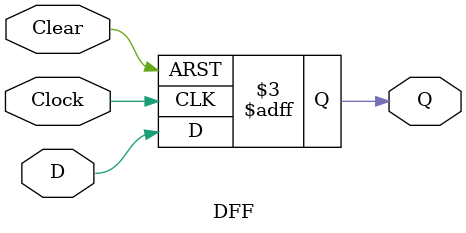
<source format=sv>
module DFF (
    Q, Clock, Clear, D
);
    output reg Q;
    input Clock;
    input Clear;    // Clear is active low
    input D;

    always_ff @(posedge Clock or negedge Clear) begin
        if (~Clear) Q <= '0;
        else        Q <= D;
    end
endmodule       
</source>
